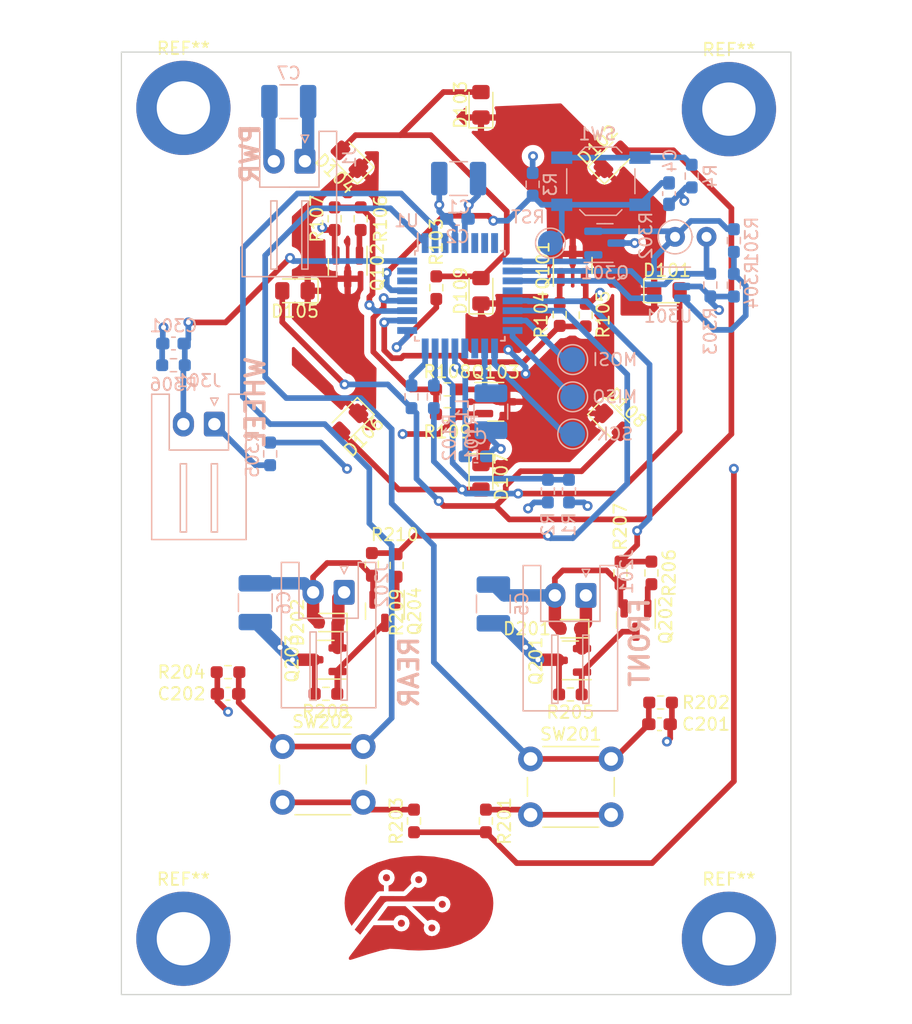
<source format=kicad_pcb>
(kicad_pcb (version 20211014) (generator pcbnew)
  (title_block (comment 4 "AISLER Project ID: YMJHCMOM"))
  (layers (0 "F.Cu" signal) (1 "In1.Cu" signal) (2 "In2.Cu" signal) (31 "B.Cu" signal) (34 "B.Paste" user) (35 "F.Paste" user) (36 "B.SilkS" user "B.Silkscreen") (37 "F.SilkS" user "F.Silkscreen") (38 "B.Mask" user) (39 "F.Mask" user) (44 "Edge.Cuts" user))
  (net 0 "")
  (net 1 "+3V3")
  (net 2 "GND")
  (net 3 "/BTN1")
  (net 4 "/BTN2")
  (net 5 "Net-(D101-Pad1)")
  (net 6 "VCC")
  (net 7 "Net-(Q101-Pad1)")
  (net 8 "Net-(Q102-Pad1)")
  (net 9 "Net-(Q103-Pad1)")
  (net 10 "Net-(D107-Pad1)")
  (net 11 "Net-(Q201-Pad1)")
  (net 12 "Net-(Q202-Pad1)")
  (net 13 "/VSENSE")
  (net 14 "Net-(R4-Pad1)")
  (net 15 "/LEDC1")
  (net 16 "/LEDC2")
  (net 17 "/LEDC3")
  (net 18 "Net-(R201-Pad2)")
  (net 19 "Net-(R203-Pad2)")
  (net 20 "/RESET")
  (net 21 "/WHEEL")
  (net 22 "Net-(D201-Pad1)")
  (net 26 "Net-(J301-Pad1)")
  (net 27 "/MOSI")
  (net 28 "/MISO")
  (net 29 "/ENABLEPHOTO")
  (net 30 "Net-(L1-Pad2)")
  (net 32 "/3V3PHOTO")
  (net 33 "/LEDA1")
  (net 34 "/LEDA2")
  (net 35 "/LEDA3")
  (net 38 "Net-(D104-Pad1)")
  (net 39 "Net-(R301-Pad1)")
  (net 40 "Net-(Q203-Pad1)")
  (net 41 "Net-(D202-Pad1)")
  (net 42 "Net-(Q204-Pad1)")
  (net 43 "/LIGHTF")
  (net 44 "/LIGHTR")
  (net 45 "/PHOTO")
  (net 46 "/PHOTOCOMP")
  (net 47 "/SCK")
  (net 48 "/LEDA1INT")
  (net 49 "/LEDA2INT")
  (net 50 "/LEDA3INT")
  (footprint "Resistor_SMD:R_0603_1608Metric_Pad0.98x0.95mm_HandSolder" (layer "F.Cu") (at 129.25 83 90)
    (fp_text reference "R207")
    (fp_text value "100k")
  )
  (footprint "Package_TO_SOT_SMD:SOT-23" (layer "F.Cu") (at 125.2125 90.05 180)
    (fp_text reference "Q201")
    (fp_text value "A1SHB")
  )
  (footprint "Package_TO_SOT_SMD:SOT-23" (layer "F.Cu") (at 105.5 90 180)
    (fp_text reference "Q203")
    (fp_text value "A1SHB")
  )
  (footprint "Package_TO_SOT_SMD:SOT-23" (layer "F.Cu") (at 125.4 58.2125 90)
    (fp_text reference "Q101")
    (fp_text value "BST82-1")
  )
  (footprint "Resistor_SMD:R_0603_1608Metric_Pad0.98x0.95mm_HandSolder" (layer "F.Cu") (at 106.2 54.4375 90)
    (fp_text reference "R107")
    (fp_text value "100k")
  )
  (footprint "Package_TO_SOT_SMD:SOT-23" (layer "F.Cu") (at 110.25 86.0875 -90)
    (fp_text reference "Q204")
    (fp_text value "BST82-1")
  )
  (footprint "Resistor_SMD:R_0603_1608Metric_Pad0.98x0.95mm_HandSolder" (layer "F.Cu") (at 112.6 103 90)
    (fp_text reference "R203")
    (fp_text value "10R")
  )
  (footprint "Diode_SMD:D_0603_1608Metric" (layer "F.Cu") (at 105.7125 87 180)
    (fp_text reference "D202")
    (fp_text value "D")
  )
  (footprint "Package_TO_SOT_SMD:SOT-23" (layer "F.Cu") (at 107.25 58.3375 -90)
    (fp_text reference "Q102")
    (fp_text value "BST82-1")
  )
  (footprint "Resistor_SMD:R_0603_1608Metric_Pad0.98x0.95mm_HandSolder" (layer "F.Cu") (at 97.6 91 180)
    (fp_text reference "R204")
    (fp_text value "10K")
  )
  (footprint "LED_SMD:LED_0805_2012Metric_Pad1.15x1.40mm_HandSolder" (layer "F.Cu") (at 107.395 49.645 135)
    (fp_text reference "D104")
    (fp_text value "LED_Small")
  )
  (footprint "Button_Switch_THT:SW_PUSH_6mm_H5mm" (layer "F.Cu") (at 102 97)
    (fp_text reference "SW202")
    (fp_text value "SW_Push")
  )
  (footprint "MountingHole:MountingHole_4.3mm_M4_ISO7380_Pad" (layer "F.Cu") (at 138 45.6)
    (fp_text reference "REF**")
    (fp_text value "MountingHole_4.3mm_M4_ISO7380_Pad")
  )
  (footprint "Resistor_SMD:R_0603_1608Metric_Pad0.98x0.95mm_HandSolder" (layer "F.Cu") (at 115.2875 70.2 180)
    (fp_text reference "R109")
    (fp_text value "10k")
  )
  (footprint "Resistor_SMD:R_0603_1608Metric_Pad0.98x0.95mm_HandSolder" (layer "F.Cu") (at 108.3 54.4375 90)
    (fp_text reference "R106")
    (fp_text value "R100")
  )
  (footprint "Resistor_SMD:R_0603_1608Metric_Pad0.98x0.95mm_HandSolder" (layer "F.Cu") (at 126.45 62.2125 90)
    (fp_text reference "R105")
    (fp_text value "100k")
  )
  (footprint "Resistor_SMD:R_0603_1608Metric_Pad0.98x0.95mm_HandSolder" (layer "F.Cu") (at 124.35 62.1625 -90)
    (fp_text reference "R104")
    (fp_text value "R100")
  )
  (footprint "Resistor_SMD:R_0603_1608Metric_Pad0.98x0.95mm_HandSolder" (layer "F.Cu") (at 125.2125 92.8 180)
    (fp_text reference "R205")
    (fp_text value "1k")
  )
  (footprint "Package_TO_SOT_SMD:SOT-23" (layer "F.Cu") (at 119.1875 69.2)
    (fp_text reference "Q103")
    (fp_text value "BST82-1")
  )
  (footprint "LED_SMD:LED_0805_2012Metric_Pad1.15x1.40mm_HandSolder" (layer "F.Cu") (at 133 60.25)
    (fp_text reference "D101")
    (fp_text value "LED_Small")
  )
  (footprint "Resistor_SMD:R_0603_1608Metric_Pad0.98x0.95mm_HandSolder" (layer "F.Cu") (at 105.5 92.75 180)
    (fp_text reference "R208")
    (fp_text value "1k")
  )
  (footprint "Button_Switch_THT:SW_PUSH_6mm_H5mm" (layer "F.Cu") (at 122 98)
    (fp_text reference "SW201")
    (fp_text value "SW_Push")
  )
  (footprint "SymbolOST:ost-bubble_12mm_Copper" (layer "F.Cu") (at 113 110)
    (fp_text reference "ost-bubble_12mm_Copper" hide)
    (fp_text value "G***" hide)
  )
  (footprint "Capacitor_SMD:C_0603_1608Metric_Pad1.08x0.95mm_HandSolder" (layer "F.Cu") (at 132.4 95.2)
    (fp_text reference "C201")
    (fp_text value "100nF")
  )
  (footprint "MountingHole:MountingHole_4.3mm_M4_ISO7380_Pad" (layer "F.Cu") (at 138 112.5)
    (fp_text reference "REF**")
    (fp_text value "MountingHole_4.3mm_M4_ISO7380_Pad")
  )
  (footprint "Capacitor_SMD:C_0603_1608Metric_Pad1.08x0.95mm_HandSolder" (layer "F.Cu") (at 97.6 92.75 180)
    (fp_text reference "C202")
    (fp_text value "100nF")
  )
  (footprint "Package_TO_SOT_SMD:SOT-23" (layer "F.Cu") (at 130.5 86.8 -90)
    (fp_text reference "Q202")
    (fp_text value "BST82-1")
  )
  (footprint "Resistor_SMD:R_0603_1608Metric_Pad0.98x0.95mm_HandSolder" (layer "F.Cu") (at 111.2 82.4 -90)
    (fp_text reference "R209")
    (fp_text value "R100")
  )
  (footprint "Resistor_SMD:R_0603_1608Metric_Pad0.98x0.95mm_HandSolder" (layer "F.Cu") (at 114.4 60 -90)
    (fp_text reference "R103")
    (fp_text value "R")
  )
  (footprint "LED_SMD:LED_0805_2012Metric_Pad1.15x1.40mm_HandSolder" (layer "F.Cu") (at 103 60.25 180)
    (fp_text reference "D105")
    (fp_text value "LED_Small")
  )
  (footprint "Resistor_SMD:R_0603_1608Metric_Pad0.98x0.95mm_HandSolder" (layer "F.Cu") (at 109.2 82.3125 90)
    (fp_text reference "R210")
    (fp_text value "100k")
  )
  (footprint "LED_SMD:LED_0805_2012Metric_Pad1.15x1.40mm_HandSolder" (layer "F.Cu") (at 128.605 49.645 45)
    (fp_text reference "D102")
    (fp_text value "LED_Small")
  )
  (footprint "LED_SMD:LED_0805_2012Metric_Pad1.15x1.40mm_HandSolder" (layer "F.Cu") (at 107.395 70.855 -135)
    (fp_text reference "D106")
    (fp_text value "LED_Small")
  )
  (footprint "LED_SMD:LED_0805_2012Metric_Pad1.15x1.40mm_HandSolder" (layer "F.Cu") (at 118 60.25 90)
    (fp_text reference "D109")
    (fp_text value "LED_Small")
  )
  (footprint "Resistor_SMD:R_0603_1608Metric_Pad0.98x0.95mm_HandSolder" (layer "F.Cu") (at 132.4875 93.45)
    (fp_text reference "R202")
    (fp_text value "10K")
  )
  (footprint "LED_SMD:LED_0805_2012Metric_Pad1.15x1.40mm_HandSolder" (layer "F.Cu") (at 118 45.25 90)
    (fp_text reference "D103")
    (fp_text value "LED_Small")
  )
  (footprint "Diode_SMD:D_0603_1608Metric" (layer "F.Cu") (at 125.2125 87.5 180)
    (fp_text reference "D201")
    (fp_text value "D")
  )
  (footprint "LED_SMD:LED_0805_2012Metric_Pad1.15x1.40mm_HandSolder" (layer "F.Cu") (at 128.605 70.855 -45)
    (fp_text reference "D108")
    (fp_text value "LED_Small")
  )
  (footprint "MountingHole:MountingHole_4.3mm_M4_ISO7380_Pad" (layer "F.Cu") (at 94 45.5)
    (fp_text reference "REF**")
    (fp_text value "MountingHole_4.3mm_M4_ISO7380_Pad")
  )
  (footprint "Resistor_SMD:R_0603_1608Metric_Pad0.98x0.95mm_HandSolder" (layer "F.Cu") (at 118.4 103 90)
    (fp_text reference "R201")
    (fp_text value "10R")
  )
  (footprint "Resistor_SMD:R_0603_1608Metric_Pad0.98x0.95mm_HandSolder" (layer "F.Cu") (at 115.2875 68.2)
    (fp_text reference "R108")
    (fp_text value "R100")
  )
  (footprint "LED_SMD:LED_0805_2012Metric_Pad1.15x1.40mm_HandSolder" (layer "F.Cu") (at 118 75.25 -90)
    (fp_text reference "D107")
    (fp_text value "LED_Small")
  )
  (footprint "MountingHole:MountingHole_4.3mm_M4_ISO7380_Pad" (layer "F.Cu") (at 94 112.5)
    (fp_text reference "REF**")
    (fp_text value "MountingHole_4.3mm_M4_ISO7380_Pad")
  )
  (footprint "Resistor_SMD:R_0603_1608Metric_Pad0.98x0.95mm_HandSolder" (layer "F.Cu") (at 131.75 83 -90)
    (fp_text reference "R206")
    (fp_text value "R100")
  )
  (footprint "Resistor_SMD:R_0603_1608Metric_Pad0.98x0.95mm_HandSolder" (layer "B.Cu") (at 101 73.4 -90)
    (fp_text reference "R305")
    (fp_text value "10R")
  )
  (footprint "Capacitor_SMD:C_0603_1608Metric_Pad1.08x0.95mm_HandSolder" (layer "B.Cu") (at 93.2 64.5 180)
    (fp_text reference "C301")
    (fp_text value "100nF")
  )
  (footprint "Resistor_SMD:R_0603_1608Metric_Pad0.98x0.95mm_HandSolder" (layer "B.Cu") (at 93.2 66.25 180)
    (fp_text reference "R306")
    (fp_text value "10K")
  )
  (footprint "Package_TO_SOT_SMD:SOT-23" (layer "B.Cu") (at 128 56.4)
    (fp_text reference "Q301")
    (fp_text value "A1SHB")
  )
  (footprint "Resistor_THT:R_Axial_DIN0207_L6.3mm_D2.5mm_P2.54mm_Vertical" (layer "B.Cu") (at 133.655 55.9)
    (fp_text reference "R302")
    (fp_text value "R_Photo")
  )
  (footprint "Button_Switch_SMD:SW_SPST_TL3342" (layer "B.Cu") (at 127.66875 51.4125)
    (fp_text reference "SW1")
    (fp_text value "SW_Push")
  )
  (footprint "Resistor_SMD:R_0603_1608Metric_Pad0.98x0.95mm_HandSolder" (layer "B.Cu") (at 136.5 59.7875 90)
    (fp_text reference "R303")
    (fp_text value "10k")
  )
  (footprint "Capacitor_SMD:C_0603_1608Metric_Pad1.08x0.95mm_HandSolder" (layer "B.Cu") (at 116.1 54.45)
    (fp_text reference "C2")
    (fp_text value "100nF")
  )
  (footprint "Resistor_SMD:R_0603_1608Metric_Pad0.98x0.95mm_HandSolder" (layer "B.Cu") (at 112.4 68.8 90)
    (fp_text reference "R102")
    (fp_text value "R")
  )
  (footprint "Resistor_SMD:R_0603_1608Metric_Pad0.98x0.95mm_HandSolder" (layer "B.Cu") (at 114.2 68.8 90)
    (fp_text reference "R101")
    (fp_text value "R")
  )
  (footprint "Connector_JST:JST_XH_S2B-XH-A_1x02_P2.50mm_Horizontal" (layer "B.Cu") (at 96.5 71 180)
    (fp_text reference "J301")
    (fp_text value "Conn_01x02_Male")
  )
  (footprint "Package_TO_SOT_SMD:SOT-23-5" (layer "B.Cu") (at 133.1 59.9 180)
    (fp_text reference "U301")
    (fp_text value "LM397")
  )
  (footprint "Inductor_SMD:L_1210_3225Metric_Pad1.42x2.65mm_HandSolder" (layer "B.Cu") (at 118.8 70 90)
    (fp_text reference "L1")
    (fp_text value "L")
  )
  (footprint "Connector_JST:JST_XH_S2B-XH-A_1x02_P2.50mm_Horizontal" (layer "B.Cu") (at 106.9625 84.5625 180)
    (fp_text reference "J202")
    (fp_text value "Conn_01x02_Male")
  )
  (footprint "Package_QFP:TQFP-32_7x7mm_P0.8mm" (layer "B.Cu") (at 116.3 60.65 -90)
    (fp_text reference "U1")
    (fp_text value "ATtiny48-A")
  )
  (footprint "TestPoint:TestPoint_Pad_D2.0mm" (layer "B.Cu") (at 125.4 65.8 180)
    (fp_text reference "MOSI")
    (fp_text value "TestPoint_Pad_D2.0mm" hide)
  )
  (footprint "TestPoint:TestPoint_Pad_D2.0mm" (layer "B.Cu") (at 125.4 68.8 180)
    (fp_text reference "MISO")
    (fp_text value "TestPoint_Pad_D2.0mm" hide)
  )
  (footprint "Resistor_SMD:R_0603_1608Metric_Pad0.98x0.95mm_HandSolder" (layer "B.Cu") (at 123.4 76.4 90)
    (fp_text reference "R2")
    (fp_text value "100k")
  )
  (footprint "Capacitor_SMD:C_1210_3225Metric_Pad1.33x2.70mm_HandSolder" (layer "B.Cu") (at 119 85.5 90)
    (fp_text reference "C5")
    (fp_text value "10uF")
  )
  (footprint "Capacitor_SMD:C_0603_1608Metric_Pad1.08x0.95mm_HandSolder" (layer "B.Cu") (at 117.6 73.6 180)
    (fp_text reference "C3")
    (fp_text value "100nF")
  )
  (footprint "Connector_JST:JST_XH_S2B-XH-A_1x02_P2.50mm_Horizontal" (layer "B.Cu") (at 103.8 49.8 180)
    (fp_text reference "J1")
    (fp_text value "Conn_01x02_Female")
  )
  (footprint "TestPoint:TestPoint_Pad_D2.0mm" (layer "B.Cu") (at 125.4 71.8 180)
    (fp_text reference "SCK")
    (fp_text value "TestPoint_Pad_D2.0mm" hide)
  )
  (footprint "Resistor_SMD:R_0603_1608Metric_Pad0.98x0.95mm_HandSolder" (layer "B.Cu") (at 135 51 -90)
    (fp_text reference "R4")
    (fp_text value "10R")
  )
  (footprint "Resistor_SMD:R_0603_1608Metric_Pad0.98x0.95mm_HandSolder" (layer "B.Cu") (at 138.4 59.8 90)
    (fp_text reference "R304")
    (fp_text value "100k")
  )
  (footprint "Resistor_SMD:R_0603_1608Metric_Pad0.98x0.95mm_HandSolder" (layer "B.Cu") (at 138.4 56.2 90)
    (fp_text reference "R301")
    (fp_text value "100k")
  )
  (footprint "Capacitor_SMD:C_1210_3225Metric_Pad1.33x2.70mm_HandSolder" (layer "B.Cu") (at 99.8 85.4 90)
    (fp_text reference "C6")
    (fp_text value "10uF")
  )
  (footprint "Capacitor_SMD:C_1210_3225Metric_Pad1.33x2.70mm_HandSolder" (layer "B.Cu") (at 102.5 45 180)
    (fp_text reference "C7")
    (fp_text value "10uF")
  )
  (footprint "Capacitor_SMD:C_0603_1608Metric_Pad1.08x0.95mm_HandSolder" (layer "B.Cu") (at 133.16875 52.4125 -90)
    (fp_text reference "C4")
    (fp_text value "100nF")
  )
  (footprint "TestPoint:TestPoint_Pad_D2.0mm" (layer "B.Cu") (at 123.6 56.4 180)
    (fp_text reference "RST")
    (fp_text value "TestPoint_Pad_D2.0mm" hide)
  )
  (footprint "Connector_JST:JST_XH_S2B-XH-A_1x02_P2.50mm_Horizontal" (layer "B.Cu") (at 126.4625 84.8125 180)
    (fp_text reference "J201")
    (fp_text value "Conn_01x02_Male")
  )
  (footprint "Resistor_SMD:R_0603_1608Metric_Pad0.98x0.95mm_HandSolder" (layer "B.Cu") (at 125.1 76.4 -90)
    (fp_text reference "R1")
    (fp_text value "100k")
  )
  (footprint "Resistor_SMD:R_0603_1608Metric_Pad0.98x0.95mm_HandSolder" (layer "B.Cu") (at 122.16875 51.6625 90)
    (fp_text reference "R3")
    (fp_text value "10k")
  )
  (footprint "Capacitor_SMD:C_1210_3225Metric_Pad1.33x2.70mm_HandSolder" (layer "B.Cu") (at 116.2 51.2)
    (fp_text reference "C1")
    (fp_text value "10uF")
  )
  (gr_line (start 89 117) (end 89 41) (layer "Edge.Cuts") (width 0.1))
  (gr_line (start 143 117) (end 89 117) (layer "Edge.Cuts") (width 0.1))
  (gr_line (start 89 41) (end 143 41) (layer "Edge.Cuts") (width 0.1))
  (gr_line (start 143 41) (end 143 117) (layer "Edge.Cuts") (width 0.1))
  (gr_text "PWR" (at 99.4 49.2 90) (layer "B.SilkS") (effects (font (size 1.5 1.5) (thickness 0.3)) (justify mirror)))
  (gr_text "FRONT\n" (at 130.8 88.6 90) (layer "B.SilkS") (effects (font (size 1.5 1.5) (thickness 0.3)) (justify mirror)))
  (gr_text "WHEEL\n" (at 99.8 69.2 90) (layer "B.SilkS") (effects (font (size 1.5 1.5) (thickness 0.3)) (justify mirror)))
  (gr_text "REAR\n" (at 112.2 91 90) (layer "B.SilkS") (effects (font (size 1.5 1.5) (thickness 0.3)) (justify mirror)))
  (segment (start 138.4 99.8) (end 138.4 74.6) (width 0.4572) (layer "F.Cu") (net 1))
  (segment (start 118.4 103.9125) (end 120.8875 106.4) (width 0.4572) (layer "F.Cu") (net 1))
  (segment (start 112.6 103.9125) (end 118.4 103.9125) (width 0.4572) (layer "F.Cu") (net 1))
  (segment (start 136.8 101.4) (end 138.4 99.8) (width 0.4572) (layer "F.Cu") (net 1))
  (segment (start 131.8 106.4) (end 136.8 101.4) (width 0.4572) (layer "F.Cu") (net 1))
  (segment (start 120.8875 106.4) (end 131.8 106.4) (width 0.4572) (layer "F.Cu") (net 1))
  (via (at 130.4 56.4) (size 0.8) (drill 0.4) (layers "F.Cu" "B.Cu") (net 1))
  (via (at 114.6375 53.3179) (size 0.8) (drill 0.4) (layers "F.Cu" "B.Cu") (net 1))
  (via (at 122.2 49.4) (size 0.8) (drill 0.4) (layers "F.Cu" "B.Cu") (net 1))
  (via (at 119.6 73) (size 0.8) (drill 0.4) (layers "F.Cu" "B.Cu") (net 1))
  (via (at 107.2 74.6) (size 0.8) (drill 0.4) (layers "F.Cu" "B.Cu") (net 1))
  (via (at 138.4 74.6) (size 0.8) (drill 0.4) (layers "F.Cu" "B.Cu") (net 1))
  (segment (start 118.8 72.2) (end 119.6 73) (width 0.4572) (layer "B.Cu") (net 1))
  (segment (start 128.9375 56.4) (end 130.4 56.4) (width 0.4572) (layer "B.Cu") (net 1))
  (segment (start 105.0875 72.4875) (end 107.2 74.6) (width 0.4572) (layer "B.Cu") (net 1))
  (segment (start 115.9 55.1125) (end 115.2375 54.45) (width 0.4572) (layer "B.Cu") (net 1))
  (segment (start 118.8 71.4875) (end 118.8 72.2) (width 0.4572) (layer "B.Cu") (net 1))
  (segment (start 119.6 73) (end 119.0625 73) (width 0.4572) (layer "B.Cu") (net 1))
  (segment (start 101 72.4875) (end 105.0875 72.4875) (width 0.4572) (layer "B.Cu") (net 1))
  (segment (start 119.0625 73) (end 118.4625 73.6) (width 0.4572) (layer "B.Cu") (net 1))
  (segment (start 114.6375 53.85) (end 114.6375 53.3179) (width 0.4572) (layer "B.Cu") (net 1))
  (segment (start 122.16875 49.43125) (end 122.2 49.4) (width 0.4572) (layer "B.Cu") (net 1))
  (segment (start 114.6375 51.2) (end 114.6375 53.3179) (width 0.4572) (layer "B.Cu") (net 1))
  (segment (start 122.16875 50.75) (end 122.16875 49.43125) (width 0.4572) (layer "B.Cu") (net 1))
  (segment (start 115.9 56.4) (end 115.9 55.1125) (width 0.4572) (layer "B.Cu") (net 1))
  (segment (start 115.2375 54.45) (end 114.6375 53.85) (width 0.4572) (layer "B.Cu") (net 1))
  (segment (start 116.2 70.2) (end 118.2 70.2) (width 0.4572) (layer "F.Cu") (net 2))
  (segment (start 109.2 83.2) (end 108.2 82.2) (width 0.4572) (layer "F.Cu") (net 2))
  (segment (start 128.1375 82.8) (end 124.6 82.8) (width 0.4572) (layer "F.Cu") (net 2))
  (segment (start 124.6 82.8) (end 123.9625 83.4375) (width 0.4572) (layer "F.Cu") (net 2))
  (segment (start 96.7375 91.05) (end 96.6875 91) (width 0.4572) (layer "F.Cu") (net 2))
  (segment (start 126.45 61.3) (end 126.45 59.25) (width 0.4572) (layer "F.Cu") (net 2))
  (segment (start 129.25 85.5625) (end 129.55 85.8625) (width 0.4572) (layer "F.Cu") (net 2))
  (segment (start 96.7375 93.3375) (end 97.6 94.2) (width 0.4572) (layer "F.Cu") (net 2))
  (segment (start 96.7375 92.75) (end 96.7375 91.05) (width 0.4572) (layer "F.Cu") (net 2))
  (segment (start 109.2 83.225) (end 109.2 83.2) (width 0.4572) (layer "F.Cu") (net 2))
  (segment (start 114.6 71.8) (end 111.6821 71.8) (width 0.4572) (layer "F.Cu") (net 2))
  (segment (start 116.2 70.2) (end 114.6 71.8) (width 0.4572) (layer "F.Cu") (net 2))
  (segment (start 129.25 83.9125) (end 128.1375 82.8) (width 0.4572) (layer "F.Cu") (net 2))
  (segment (start 104.4625 83.3375) (end 104.4625 84.5625) (width 0.4572) (layer "F.Cu") (net 2))
  (segment (start 126.45 61.3) (end 126.7 61.3) (width 0.4572) (layer "F.Cu") (net 2))
  (segment (start 108.2 82.2) (end 105.6 82.2) (width 0.4572) (layer "F.Cu") (net 2))
  (segment (start 126.45 59.25) (end 126.35 59.15) (width 0.4572) (layer "F.Cu") (net 2))
  (segment (start 106.2 55.35) (end 106.2 57.3) (width 0.4572) (layer "F.Cu") (net 2))
  (segment (start 109.3 85.15) (end 109.3 83.325) (width 0.4572) (layer "F.Cu") (net 2))
  (segment (start 123.9625 83.4375) (end 123.9625 84.8125) (width 0.4572) (layer "F.Cu") (net 2))
  (segment (start 129.25 83.9125) (end 129.25 85.5625) (width 0.4572) (layer "F.Cu") (net 2))
  (segment (start 123.9625 84.8125) (end 123.9625 87.0375) (width 1) (layer "F.Cu") (net 2))
  (segment (start 109.3 83.325) (end 109.2 83.225) (width 0.4572) (layer "F.Cu") (net 2))
  (segment (start 118.2 70.2) (end 118.25 70.15) (width 0.4572) (layer "F.Cu") (net 2))
  (segment (start 133.4 93.45) (end 133.4 95.0625) (width 0.4572) (layer "F.Cu") (net 2))
  (segment (start 133.2625 95.2) (end 133.2625 96.3375) (width 0.4572) (layer "F.Cu") (net 2))
  (segment (start 104.4625 84.5625) (end 104.4625 86.5375) (width 1) (layer "F.Cu") (net 2))
  (segment (start 133.2625 96.3375) (end 133 96.6) (width 0.4572) (layer "F.Cu") (net 2))
  (segment (start 104.4625 86.5375) (end 104.925 87) (width 1) (layer "F.Cu") (net 2))
  (segment (start 105.4 55.35) (end 105.2 55.15) (width 0.4572) (layer "F.Cu") (net 2))
  (segment (start 133.4 95.0625) (end 133.2625 95.2) (width 0.4572) (layer "F.Cu") (net 2))
  (segment (start 96.7375 92.75) (end 96.7375 93.3375) (width 0.4572) (layer "F.Cu") (net 2))
  (segment (start 105.6 82.2) (end 104.4625 83.3375) (width 0.4572) (layer "F.Cu") (net 2))
  (segment (start 126.7 61.3) (end 127.6 60.4) (width 0.4572) (layer "F.Cu") (net 2))
  (segment (start 106.2 55.35) (end 105.4 55.35) (width 0.4572) (layer "F.Cu") (net 2))
  (segment (start 123.9625 87.0375) (end 124.425 87.5) (width 1) (layer "F.Cu") (net 2))
  (segment (start 106.2 57.3) (end 106.3 57.4) (width 0.4572) (layer "F.Cu") (net 2))
  (via (at 111.6821 71.8) (size 0.8) (drill 0.4) (layers "F.Cu" "B.Cu") (net 2))
  (via (at 121.8 77.8) (size 0.8) (drill 0.4) (layers "F.Cu" "B.Cu") (net 2))
  (via (at 133 96.6) (size 0.8) (drill 0.4) (layers "F.Cu" "B.Cu") (net 2))
  (via (at 127.6 60.4) (size 0.8) (drill 0.4) (layers "F.Cu" "B.Cu") (net 2))
  (via (at 137.2 61.8) (size 0.8) (drill 0.4) (layers "F.Cu" "B.Cu") (net 2))
  (via (at 116 66.4) (size 0.8) (drill 0.4) (layers "F.Cu" "B.Cu") (net 2))
  (via (at 134.4 53) (size 0.8) (drill 0.4) (layers "F.Cu" "B.Cu") (net 2))
  (via (at 92.4 63.2) (size 0.8) (drill 0.4) (layers "F.Cu" "B.Cu") (net 2))
  (via (at 97.6 94.2) (size 0.8) (drill 0.4) (layers "F.Cu" "B.Cu") (net 2))
  (via (at 117.014368 53.3179) (size 0.8) (drill 0.4) (layers "F.Cu" "B.Cu") (net 2))
  (via (at 105.2 55.15) (size 0.8) (drill 0.4) (layers "F.Cu" "B.Cu") (net 2))
  (segment (start 134.2375 59.9) (end 135.7 59.9) (width 0.4572) (layer "B.Cu") (net 2))
  (segment (start 116.7375 67.1375) (end 116.7375 73.6) (width 0.4572) (layer "B.Cu") (net 2))
  (segment (start 116.9625 54.45) (end 116.7 54.7125) (width 0.4572) (layer "B.Cu") (net 2))
  (segment (start 134.4 52.8) (end 134.4 53) (width 0.4572) (layer "B.Cu") (net 2))
  (segment (start 100.9375 49.4375) (end 101.3 49.8) (width 1) (layer "B.Cu") (net 2))
  (segment (start 116 66.4) (end 116.7375 67.1375) (width 0.4572) (layer "B.Cu") (net 2))
  (segment (start 99.8 83.8375) (end 103.7375 83.8375) (width 1) (layer "B.Cu") (net 2))
  (segment (start 136.5 60.7) (end 136.5 61.1) (width 0.4572) (layer "B.Cu") (net 2))
  (segment (start 119.875 84.8125) (end 119 83.9375) (width 1) (layer "B.Cu") (net 2))
  (segment (start 123.4 77.3125) (end 122.2875 77.3125) (width 0.4572) (layer "B.Cu") (net 2))
  (segment (start 134.53125 51.9125) (end 134.021875 52.421875) (width 0.4572) (layer "B.Cu") (net 2))
  (segment (start 92.3375 64.5) (end 92.3375 63.2625) (width 0.4572) (layer "B.Cu") (net 2))
  (segment (start 122.2875 77.3125) (end 121.8 77.8) (width 0.4572) (layer "B.Cu") (net 2))
  (segment (start 116.9625 53.369768) (end 117.014368 53.3179) (width 0.4572) (layer "B.Cu") (net 2))
  (segment (start 123.9625 84.8125) (end 119.875 84.8125) (width 1) (layer "B.Cu") (net 2))
  (segment (start 135 51.9125) (end 134.53125 51.9125) (width 0.4572) (layer "B.Cu") (net 2))
  (segment (start 138.4 60.7125) (end 136.5125 60.7125) (width 0.4572) (layer "B.Cu") (net 2))
  (segment (start 117.7625 51.2) (end 117.7625 52.569768) (width 0.4572) (layer "B.Cu") (net 2))
  (segment (start 100.9375 45) (end 100.9375 49.4375) (width 1) (layer "B.Cu") (net 2))
  (segment (start 103.7375 83.8375) (end 104.4625 84.5625) (width 1) (layer "B.Cu") (net 2))
  (segment (start 116.9625 54.45) (end 116.9625 53.369768) (width 0.4572) (layer "B.Cu") (net 2))
  (segment (start 92.3375 63.2625) (end 92.4 63.2) (width 0.4572) (layer "B.Cu") (net 2))
  (segment (start 92.2875 64.55) (end 92.3375 64.5) (width 0.4572) (layer "B.Cu") (net 2))
  (segment (start 115.9 66.3) (end 116 66.4) (width 0.4572) (layer "B.Cu") (net 2))
  (segment (start 134.021875 52.421875) (end 133.16875 53.275) (width 0.4572) (layer "B.Cu") (net 2))
  (segment (start 117.7625 52.569768) (end 117.014368 53.3179) (width 0.4572) (layer "B.Cu") (net 2))
  (segment (start 136.5 61.1) (end 137.2 61.8) (width 0.4572) (layer "B.Cu") (net 2))
  (segment (start 115.9 64.9) (end 115.9 66.3) (width 0.4572) (layer "B.Cu") (net 2))
  (segment (start 134.021875 52.421875) (end 134.4 52.8) (width 0.4572) (layer "B.Cu") (net 2))
  (segment (start 116.7 54.7125) (end 116.7 56.4) (width 0.4572) (layer "B.Cu") (net 2))
  (segment (start 136.5125 60.7125) (end 136.5 60.7) (width 0.4572) (layer "B.Cu") (net 2))
  (segment (start 92.2875 66.25) (end 92.2875 64.55) (width 0.4572) (layer "B.Cu") (net 2))
  (segment (start 135.7 59.9) (end 136.5 60.7) (width 0.4572) (layer "B.Cu") (net 2))
  (segment (start 122 98) (end 128.5 98) (width 0.4572) (layer "F.Cu") (net 3))
  (segment (start 131.5375 93.4875) (end 131.575 93.45) (width 0.4572) (layer "F.Cu") (net 3))
  (segment (start 128.5 98) (end 128.7375 98) (width 0.4572) (layer "F.Cu") (net 3))
  (segment (start 128.7375 98) (end 131.5375 95.2) (width 0.4572) (layer "F.Cu") (net 3))
  (segment (start 131.5375 95.2) (end 131.5375 93.4875) (width 0.4572) (layer "F.Cu") (net 3))
  (segment (start 110.8 71.4) (end 108.3 68.9) (width 0.4572) (layer "B.Cu") (net 3))
  (segment (start 108.3 68.9) (end 102.3 68.9) (width 0.4572) (layer "B.Cu") (net 3))
  (segment (start 100.6 57.4) (end 104.4 53.6) (width 0.4572) (layer "B.Cu") (net 3))
  (segment (start 114.2 90.2) (end 114.2 80.8) (width 0.4572) (layer "B.Cu") (net 3))
  (segment (start 110.8 77.4) (end 110.8 71.4) (width 0.4572) (layer "B.Cu") (net 3))
  (segment (start 122 98) (end 114.2 90.2) (width 0.4572) (layer "B.Cu") (net 3))
  (segment (start 104.4 53.6) (end 110.7 53.6) (width 0.4572) (layer "B.Cu") (net 3))
  (segment (start 110.7 53.6) (end 113.5 56.4) (width 0.4572) (layer "B.Cu") (net 3))
  (segment (start 114.2 80.8) (end 110.8 77.4) (width 0.4572) (layer "B.Cu") (net 3))
  (segment (start 100.6 67.2) (end 100.6 57.4) (width 0.4572) (layer "B.Cu") (net 3))
  (segment (start 102.3 68.9) (end 100.6 67.2) (width 0.4572) (layer "B.Cu") (net 3))
  (segment (start 98.4625 91.05) (end 98.5125 91) (width 0.4572) (layer "F.Cu") (net 4))
  (segment (start 108.5 97) (end 102 97) (width 0.4572) (layer "F.Cu") (net 4))
  (segment (start 102 97) (end 98.4625 93.4625) (width 0.4572) (layer "F.Cu") (net 4))
  (segment (start 98.4625 93.4625) (end 98.4625 92.75) (width 0.4572) (layer "F.Cu") (net 4))
  (segment (start 98.4625 92.75) (end 98.4625 91.05) (width 0.4572) (layer "F.Cu") (net 4))
  (segment (start 110.8 80.8) (end 110.8 94.7) (width 0.4572) (layer "B.Cu") (net 4))
  (segment (start 110.8 94.7) (end 108.5 97) (width 0.4572) (layer "B.Cu") (net 4))
  (segment (start 109 79) (end 110.8 80.8) (width 0.4572) (layer "B.Cu") (net 4))
  (segment (start 114.3 56.4) (end 114.3 55.1428) (width 0.4572) (layer "B.Cu") (net 4))
  (segment (start 109 74.6) (end 109 79) (width 0.4572) (layer "B.Cu") (net 4))
  (segment (start 98.8 56.8) (end 98.8 68.8) (width 0.4572) (layer "B.Cu") (net 4))
  (segment (start 103.2 52.4) (end 98.8 56.8) (width 0.4572) (layer "B.Cu") (net 4))
  (segment (start 111.5572 52.4) (end 103.2 52.4) (width 0.4572) (layer "B.Cu") (net 4))
  (segment (start 114.3 55.1428) (end 111.5572 52.4) (width 0.4572) (layer "B.Cu") (net 4))
  (segment (start 101 71) (end 105.4 71) (width 0.4572) (layer "B.Cu") (net 4))
  (segment (start 105.4 71) (end 109 74.6) (width 0.4572) (layer "B.Cu") (net 4))
  (segment (start 98.8 68.8) (end 101 71) (width 0.4572) (layer "B.Cu") (net 4))
  (segment (start 104.5625 90) (end 102.8 90) (width 1) (layer "F.Cu") (net 6))
  (segment (start 122.6 90) (end 124.225 90) (width 1) (layer "F.Cu") (net 6))
  (segment (start 104.5875 92.75) (end 104.5875 90.025) (width 0.4572) (layer "F.Cu") (net 6))
  (segment (start 124.225 90) (end 124.275 90.05) (width 1) (layer "F.Cu") (net 6))
  (segment (start 104.5875 90.025) (end 104.5625 90) (width 0.4572) (layer "F.Cu") (net 6))
  (segment (start 124.3 90.075) (end 124.275 90.05) (width 0.4572) (layer "F.Cu") (net 6))
  (segment (start 124.3 92.8) (end 124.3 90.075) (width 0.4572) (layer "F.Cu") (net 6))
  (via (at 102.8 90) (size 0.8) (drill 0.4) (layers "F.Cu" "B.Cu") (net 6))
  (via (at 121.6 89) (size 0.8) (drill 0.4) (layers "F.Cu" "B.Cu") (net 6))
  (via (at 122.6 90) (size 0.8) (drill 0.4) (layers "F.Cu" "B.Cu") (net 6))
  (via (at 126.6 77.6) (size 0.8) (drill 0.4) (layers "F.Cu" "B.Cu") (net 6))
  (via (at 101.8 89) (size 0.8) (drill 0.4) (layers "F.Cu" "B.Cu") (net 6))
  (segment (start 126.3125 77.3125) (end 126.6 77.6) (width 0.4572) (layer "B.Cu") (net 6))
  (segment (start 119.6625 87.0625) (end 121.6 89) (width 1) (layer "B.Cu") (net 6))
  (segment (start 121.6 89) (end 122.6 90) (width 1) (layer "B.Cu") (net 6))
  (segment (start 99.8 86.9625) (end 99.8 87) (width 1) (layer "B.Cu") (net 6))
  (segment (start 104.0625 49.5375) (end 103.8 49.8) (width 1) (layer "B.Cu") (net 6))
  (segment (start 99.8 87) (end 101.8 89) (width 1) (layer "B.Cu") (net 6))
  (segment (start 104.0625 45) (end 104.0625 49.5375) (width 1) (layer "B.Cu") (net 6))
  (segment (start 125.1 77.3125) (end 126.3125 77.3125) (width 0.4572) (layer "B.Cu") (net 6))
  (segment (start 102.8 90) (end 101.8 89) (width 1) (layer "B.Cu") (net 6))
  (segment (start 119 87.0625) (end 119.6625 87.0625) (width 1) (layer "B.Cu") (net 6))
  (segment (start 124.35 59.25) (end 124.45 59.15) (width 0.4572) (layer "F.Cu") (net 7))
  (segment (start 124.35 61.25) (end 124.35 59.25) (width 0.4572) (layer "F.Cu") (net 7))
  (segment (start 108.2 57.4) (end 108.2 55.45) (width 0.4572) (layer "F.Cu") (net 8))
  (segment (start 108.2 55.45) (end 108.3 55.35) (width 0.4572) (layer "F.Cu") (net 8))
  (segment (start 118.2 68.2) (end 118.25 68.25) (width 0.4572) (layer "F.Cu") (net 9))
  (segment (start 116.2 68.2) (end 118.2 68.2) (width 0.4572) (layer "F.Cu") (net 9))
  (segment (start 124.730216 70.130216) (end 121.6 67) (width 0.4572) (layer "F.Cu") (net 10))
  (segment (start 120.2 64.4) (end 120.2 65) (width 0.4572) (layer "F.Cu") (net 10))
  (segment (start 127.880216 70.130216) (end 124.730216 70.130216) (width 0.4572) (layer "F.Cu") (net 10))
  (segment (start 118 61.275) (end 118 62.2) (width 0.4572) (layer "F.Cu") (net 10))
  (segment (start 118 62.2) (end 120.2 64.4) (width 0.4572) (layer "F.Cu") (net 10))
  (segment (start 121.6 67) (end 121.6 66.943849) (width 0.4572) (layer "F.Cu") (net 10))
  (via (at 121.6 66.943849) (size 0.8) (drill 0.4) (layers "F.Cu" "B.Cu") (net 10))
  (via (at 120.2 65) (size 0.8) (drill 0.4) (layers "F.Cu" "B.Cu") (net 10))
  (segment (start 121.6 66.4) (end 120.2 65) (width 0.4572) (layer "B.Cu") (net 10))
  (segment (start 121.6 66.943849) (end 121.6 66.4) (width 0.4572) (layer "B.Cu") (net 10))
  (segment (start 126.125 92.8) (end 126.125 91.025) (width 0.4572) (layer "F.Cu") (net 11))
  (segment (start 129.4125 87.7375) (end 126.15 91) (width 0.4572) (layer "F.Cu") (net 11))
  (segment (start 126.125 91.025) (end 126.15 91) (width 0.4572) (layer "F.Cu") (net 11))
  (segment (start 130.5 87.7375) (end 129.4125 87.7375) (width 0.4572) (layer "F.Cu") (net 11))
  (segment (start 131.45 85.8625) (end 131.45 84.2125) (width 0.4572) (layer "F.Cu") (net 12))
  (segment (start 131.45 84.2125) (end 131.75 83.9125) (width 0.4572) (layer "F.Cu") (net 12))
  (segment (start 123.4 75.4875) (end 125.1 75.4875) (width 0.4572) (layer "B.Cu") (net 13))
  (segment (start 116.982304 75.4) (end 123.3125 75.4) (width 0.4572) (layer "B.Cu") (net 13))
  (segment (start 115.71788 67.900184) (end 115.71788 74.135576) (width 0.4572) (layer "B.Cu") (net 13))
  (segment (start 115.1 64.9) (end 115.1 67.282304) (width 0.4572) (layer "B.Cu") (net 13))
  (segment (start 115.71788 74.135576) (end 116.982304 75.4) (width 0.4572) (layer "B.Cu") (net 13))
  (segment (start 115.1 67.282304) (end 115.71788 67.900184) (width 0.4572) (layer "B.Cu") (net 13))
  (segment (start 123.3125 75.4) (end 123.4 75.4875) (width 0.4572) (layer "B.Cu") (net 13))
  (segment (start 124.51875 49.5125) (end 130.81875 49.5125) (width 0.4572) (layer "B.Cu") (net 14))
  (segment (start 130.83125 49.5) (end 130.81875 49.5125) (width 0.4572) (layer "B.Cu") (net 14))
  (segment (start 135 50.0875) (end 134.4125 49.5) (width 0.4572) (layer "B.Cu") (net 14))
  (segment (start 134.4125 49.5) (end 130.83125 49.5) (width 0.4572) (layer "B.Cu") (net 14))
  (segment (start 124.4 63.125) (end 124.35 63.075) (width 0.4572) (layer "F.Cu") (net 15))
  (segment (start 126.45 63.125) (end 124.4 63.125) (width 0.4572) (layer "F.Cu") (net 15))
  (segment (start 124.35 63.075) (end 121.425 66) (width 0.4572) (layer "F.Cu") (net 15))
  (segment (start 111.565379 65.682101) (end 110.834621 65.682101) (width 0.4572) (layer "F.Cu") (net 15))
  (segment (start 110.2 65.04748) (end 110.2 62.8) (width 0.4572) (layer "F.Cu") (net 15))
  (segment (start 121.425 66) (end 116.84748 66) (width 0.4572) (layer "F.Cu") (net 15))
  (segment (start 116.84748 66) (end 116.329581 65.482101) (width 0.4572) (layer "F.Cu") (net 15))
  (segment (start 110.834621 65.682101) (end 110.2 65.04748) (width 0.4572) (layer "F.Cu") (net 15))
  (segment (start 111.765379 65.482101) (end 111.565379 65.682101) (width 0.4572) (layer "F.Cu") (net 15))
  (segment (start 116.329581 65.482101) (end 111.765379 65.482101) (width 0.4572) (layer "F.Cu") (net 15))
  (via (at 110.2 62.8) (size 0.8) (drill 0.4) (layers "F.Cu" "B.Cu") (net 15))
  (segment (start 110.2 62.8) (end 110.35 62.65) (width 0.4572) (layer "B.Cu") (net 15))
  (segment (start 110.35 62.65) (end 112.05 62.65) (width 0.4572) (layer "B.Cu") (net 15))
  (segment (start 108.3 53.525) (end 109.25712 54.48212) (width 0.4572) (layer "F.Cu") (net 16))
  (segment (start 109.25712 60.4954) (end 109 60.75252) (width 0.4572) (layer "F.Cu") (net 16))
  (segment (start 106.2 53.525) (end 108.3 53.525) (width 0.4572) (layer "F.Cu") (net 16))
  (segment (start 109 60.75252) (end 109 61.4) (width 0.4572) (layer "F.Cu") (net 16))
  (segment (start 109.25712 54.48212) (end 109.25712 60.4954) (width 0.4572) (layer "F.Cu") (net 16))
  (via (at 109 61.4) (size 0.8) (drill 0.4) (layers "F.Cu" "B.Cu") (net 16))
  (segment (start 109 61.4) (end 109.482101 61.882101) (width 0.4572) (layer "B.Cu") (net 16))
  (segment (start 109.482101 61.882101) (end 112.017899 61.882101) (width 0.4572) (layer "B.Cu") (net 16))
  (segment (start 112.017899 61.882101) (end 112.05 61.85) (width 0.4572) (layer "B.Cu") (net 16))
  (segment (start 110.157725 61.594795) (end 110.157725 60.844136) (width 0.4572) (layer "F.Cu") (net 17))
  (segment (start 109.317899 65.170476) (end 109.317899 62.434621) (width 0.4572) (layer "F.Cu") (net 17))
  (segment (start 109.317899 62.434621) (end 110.157725 61.594795) (width 0.4572) (layer "F.Cu") (net 17))
  (segment (start 112.347423 68.2) (end 109.317899 65.170476) (width 0.4572) (layer "F.Cu") (net 17))
  (segment (start 114.375 68.2) (end 112.347423 68.2) (width 0.4572) (layer "F.Cu") (net 17))
  (segment (start 114.375 70.2) (end 114.375 68.2) (width 0.4572) (layer "F.Cu") (net 17))
  (via (at 110.157725 60.844136) (size 0.8) (drill 0.4) (layers "F.Cu" "B.Cu") (net 17))
  (segment (start 112.05 61.05) (end 110.363589 61.05) (width 0.4572) (layer "B.Cu") (net 17))
  (segment (start 110.363589 61.05) (end 110.157725 60.844136) (width 0.4572) (layer "B.Cu") (net 17))
  (segment (start 118.4 102.0875) (end 121.5875 102.0875) (width 0.4572) (layer "F.Cu") (net 18))
  (segment (start 121.5875 102.0875) (end 122 102.5) (width 0.4572) (layer "F.Cu") (net 18))
  (segment (start 122 102.5) (end 128.5 102.5) (width 0.4572) (layer "F.Cu") (net 18))
  (segment (start 108.5 101.5) (end 102 101.5) (width 0.4572) (layer "F.Cu") (net 19))
  (segment (start 112.6 102.0875) (end 109.0875 102.0875) (width 0.4572) (layer "F.Cu") (net 19))
  (segment (start 109.0875 102.0875) (end 108.5 101.5) (width 0.4572) (layer "F.Cu") (net 19))
  (segment (start 115 54.2) (end 118.6 54.2) (width 0.4572) (layer "F.Cu") (net 20))
  (segment (start 110.4 58.8) (end 115 54.2) (width 0.4572) (layer "F.Cu") (net 20))
  (segment (start 118.6 54.2) (end 119 54.6) (width 0.4572) (layer "F.Cu") (net 20))
  (via (at 119 54.6) (size 0.8) (drill 0.4) (layers "F.Cu" "B.Cu") (net 20))
  (via (at 110.4 58.8) (size 0.8) (drill 0.4) (layers "F.Cu" "B.Cu") (net 20))
  (segment (start 124.51875 53.3125) (end 130.81875 53.3125) (width 0.4572) (layer "B.Cu") (net 20))
  (segment (start 132.58125 51.55) (end 130.81875 53.3125) (width 0.4572) (layer "B.Cu") (net 20))
  (segment (start 110.4 59.839222) (end 110.4 58.8) (width 0.4572) (layer "B.Cu") (net 20))
  (segment (start 120.14375 54.6) (end 119 54.6) (width 0.4572) (layer "B.Cu") (net 20))
  (segment (start 122.90625 53.3125) (end 122.16875 52.575) (width 0.4572) (layer "B.Cu") (net 20))
  (segment (start 110.767889 60.207111) (end 110.4 59.839222) (width 0.4572) (layer "B.Cu") (net 20))
  (segment (start 122.16875 52.575) (end 120.14375 54.6) (width 0.4572) (layer "B.Cu") (net 20))
  (segment (start 124.51875 53.3125) (end 122.90625 53.3125) (width 0.4572) (layer "B.Cu") (net 20))
  (segment (start 112.007111 60.207111) (end 110.767889 60.207111) (width 0.4572) (layer "B.Cu") (net 20))
  (segment (start 124.51875 53.3125) (end 124.51875 55.48125) (width 0.4572) (layer "B.Cu") (net 20))
  (segment (start 124.51875 55.48125) (end 123.6 56.4) (width 0.4572) (layer "B.Cu") (net 20))
  (segment (start 133.16875 51.55) (end 132.58125 51.55) (width 0.4572) (layer "B.Cu") (net 20))
  (segment (start 112.05 60.25) (end 112.007111 60.207111) (width 0.4572) (layer "B.Cu") (net 20))
  (segment (start 102.6 57.6) (end 97.4 62.8) (width 0.4572) (layer "F.Cu") (net 21))
  (segment (start 97.4 62.8) (end 94.4 62.8) (width 0.4572) (layer "F.Cu") (net 21))
  (via (at 102.6 57.6) (size 0.8) (drill 0.4) (layers "F.Cu" "B.Cu") (net 21))
  (via (at 94.4 62.8) (size 0.8) (drill 0.4) (layers "F.Cu" "B.Cu") (net 21))
  (segment (start 94 66.3625) (end 94.1125 66.25) (width 0.4572) (layer "B.Cu") (net 21))
  (segment (start 94 71) (end 94 66.3625) (width 0.4572) (layer "B.Cu") (net 21))
  (segment (start 94.1125 66.25) (end 94.1125 64.55) (width 0.4572) (layer "B.Cu") (net 21))
  (segment (start 112.05 57.85) (end 102.85 57.85) (width 0.4572) (layer "B.Cu") (net 21))
  (segment (start 94.4 64.1625) (end 94.0625 64.5) (width 0.4572) (layer "B.Cu") (net 21))
  (segment (start 94.1125 64.55) (end 94.0625 64.5) (width 0.4572) (layer "B.Cu") (net 21))
  (segment (start 94.4 62.8) (end 94.4 64.1625) (width 0.4572) (layer "B.Cu") (net 21))
  (segment (start 102.85 57.85) (end 102.6 57.6) (width 0.4572) (layer "B.Cu") (net 21))
  (segment (start 126.15 87.65) (end 126 87.5) (width 1) (layer "F.Cu") (net 22))
  (segment (start 126.4625 87.0375) (end 126 87.5) (width 1) (layer "F.Cu") (net 22))
  (segment (start 126.15 89.1) (end 126.15 87.65) (width 1) (layer "F.Cu") (net 22))
  (segment (start 126.4625 84.8125) (end 126.4625 87.0375) (width 1) (layer "F.Cu") (net 22))
  (segment (start 99.8125 74.3125) (end 101 74.3125) (width 0.4572) (layer "B.Cu") (net 26))
  (segment (start 96.5 71) (end 99.8125 74.3125) (width 0.4572) (layer "B.Cu") (net 26))
  (segment (start 121.65 62.65) (end 124.8 65.8) (width 0.4572) (layer "B.Cu") (net 27))
  (segment (start 120.55 62.65) (end 121.65 62.65) (width 0.4572) (layer "B.Cu") (net 27))
  (segment (start 124.8 65.8) (end 125.4 65.8) (width 0.4572) (layer "B.Cu") (net 27))
  (segment (start 120.55 63.95) (end 125.4 68.8) (width 0.4572) (layer "B.Cu") (net 28))
  (segment (start 120.55 63.45) (end 120.55 63.95) (width 0.4572) (layer "B.Cu") (net 28))
  (segment (start 126.530389 57.882111) (end 127.0625 57.35) (width 0.4572) (layer "B.Cu") (net 29))
  (segment (start 120.55 57.85) (end 120.582111 57.882111) (width 0.4572) (layer "B.Cu") (net 29))
  (segment (start 120.582111 57.882111) (end 126.530389 57.882111) (width 0.4572) (layer "B.Cu") (net 29))
  (segment (start 118.3 68.0125) (end 118.3 64.9) (width 0.4572) (layer "B.Cu") (net 30))
  (segment (start 118.8 68.5125) (end 118.3 68.0125) (width 0.4572) (layer "B.Cu") (net 30))
  (segment (start 131.9625 57.5925) (end 133.655 55.9) (width 0.4572) (layer "B.Cu") (net 32))
  (segment (start 138.4 55.2875) (end 137.8875 55.2875) (width 0.4572) (layer "B.Cu") (net 32))
  (segment (start 137.8875 55.2875) (end 137.217889 54.617889) (width 0.4572) (layer "B.Cu") (net 32))
  (segment (start 127.0625 55.45) (end 133.205 55.45) (width 0.4572) (layer "B.Cu") (net 32))
  (segment (start 131.9625 58.95) (end 131.9625 57.5925) (width 0.4572) (layer "B.Cu") (net 32))
  (segment (start 134.937111 54.617889) (end 133.655 55.9) (width 0.4572) (layer "B.Cu") (net 32))
  (segment (start 133.205 55.45) (end 133.655 55.9) (width 0.4572) (layer "B.Cu") (net 32))
  (segment (start 137.217889 54.617889) (end 134.937111 54.617889) (width 0.4572) (layer "B.Cu") (net 32))
  (segment (start 114.3 67.7875) (end 114.2 67.8875) (width 0.4572) (layer "B.Cu") (net 33))
  (segment (start 114.3 64.9) (end 114.3 67.7875) (width 0.4572) (layer "B.Cu") (net 33))
  (segment (start 112.4 67.8875) (end 112.4 67.2) (width 0.4572) (layer "B.Cu") (net 34))
  (segment (start 112.4 67.2) (end 113.5 66.1) (width 0.4572) (layer "B.Cu") (net 34))
  (segment (start 113.5 64.9) (end 113.5 66.1) (width 0.4572) (layer "B.Cu") (net 34))
  (segment (start 114.4 61.6) (end 111.2 64.8) (width 0.4572) (layer "F.Cu") (net 35))
  (segment (start 114.4 60.9125) (end 114.4 61.6) (width 0.4572) (layer "F.Cu") (net 35))
  (via (at 111.2 64.8) (size 0.8) (drill 0.4) (layers "F.Cu" "B.Cu") (net 35))
  (segment (start 112.05 63.95) (end 112.05 63.45) (width 0.4572) (layer "B.Cu") (net 35))
  (segment (start 111.2 64.8) (end 112.05 63.95) (width 0.4572) (layer "B.Cu") (net 35))
  (segment (start 138.2 63.4) (end 136.7875 63.4) (width 0.4572) (layer "B.Cu") (net 39))
  (segment (start 138.4 57.1125) (end 138.4 58.8875) (width 0.4572) (layer "B.Cu") (net 39))
  (segment (start 139.35712 59.84462) (end 139.35712 62.24288) (width 0.4572) (layer "B.Cu") (net 39))
  (segment (start 138.4 58.8875) (end 139.35712 59.84462) (width 0.4572) (layer "B.Cu") (net 39))
  (segment (start 136.7875 63.4) (end 134.2375 60.85) (width 0.4572) (layer "B.Cu") (net 39))
  (segment (start 139.35712 62.24288) (end 138.2 63.4) (width 0.4572) (layer "B.Cu") (net 39))
  (segment (start 106.4375 90.95) (end 106.4375 90.8375) (width 0.4572) (layer "F.Cu") (net 40))
  (segment (start 106.4375 90.8375) (end 110.25 87.025) (width 0.4572) (layer "F.Cu") (net 40))
  (segment (start 106.4125 92.75) (end 106.4125 90.975) (width 0.4572) (layer "F.Cu") (net 40))
  (segment (start 106.4125 90.975) (end 106.4375 90.95) (width 0.4572) (layer "F.Cu") (net 40))
  (segment (start 106.5 87) (end 106.5 85.025) (width 1) (layer "F.Cu") (net 41))
  (segment (start 106.5 85.025) (end 106.9625 84.5625) (width 1) (layer "F.Cu") (net 41))
  (segment (start 106.4375 87.0625) (end 106.5 87) (width 1) (layer "F.Cu") (net 41))
  (segment (start 106.4375 89.05) (end 106.4375 87.0625) (width 1) (layer "F.Cu") (net 41))
  (segment (start 111.2 83.3125) (end 111.2 85.15) (width 0.4572) (layer "F.Cu") (net 42))
  (segment (start 130.6 79.6) (end 130.6 80.7375) (width 0.4572) (layer "F.Cu") (net 43))
  (segment (start 131.75 82.0875) (end 129.25 82.0875) (width 0.4572) (layer "F.Cu") (net 43))
  (segment (start 130.6 80.7375) (end 129.25 82.0875) (width 0.4572) (layer "F.Cu") (net 43))
  (via (at 130.6 79.6) (size 0.8) (drill 0.4) (layers "F.Cu" "B.Cu") (net 43))
  (segment (start 131.6 78.6) (end 130.6 79.6) (width 0.4572) (layer "B.Cu") (net 43))
  (segment (start 120.55 61.05) (end 121.789222 61.05) (width 0.4572) (layer "B.Cu") (net 43))
  (segment (start 121.789222 61.05) (end 121.832111 61.092889) (width 0.4572) (layer "B.Cu") (net 43))
  (segment (start 131.6 66.2) (end 131.6 78.6) (width 0.4572) (layer "B.Cu") (net 43))
  (segment (start 121.832111 61.092889) (end 126.492889 61.092889) (width 0.4572) (layer "B.Cu") (net 43))
  (segment (start 126.492889 61.092889) (end 131.6 66.2) (width 0.4572) (layer "B.Cu") (net 43))
  (segment (start 109.2 81.4) (end 111.1125 81.4) (width 0.4572) (layer "F.Cu") (net 44))
  (segment (start 112.6875 80) (end 111.2 81.4875) (width 0.4572) (layer "F.Cu") (net 44))
  (segment (start 123.4 80) (end 112.6875 80) (width 0.4572) (layer "F.Cu") (net 44))
  (segment (start 111.1125 81.4) (end 111.2 81.4875) (width 0.4572) (layer "F.Cu") (net 44))
  (via (at 123.4 80) (size 0.8) (drill 0.4) (layers "F.Cu" "B.Cu") (net 44))
  (segment (start 123.6 80.2) (end 123.4 80) (width 0.4572) (layer "B.Cu") (net 44))
  (segment (start 129.8 75.8) (end 125.4 80.2) (width 0.4572) (layer "B.Cu") (net 44))
  (segment (start 125.4 80.2) (end 123.6 80.2) (width 0.4572) (layer "B.Cu") (net 44))
  (segment (start 124.65 61.85) (end 129.8 67) (width 0.4572) (layer "B.Cu") (net 44))
  (segment (start 129.8 67) (end 129.8 75.8) (width 0.4572) (layer "B.Cu") (net 44))
  (segment (start 120.55 61.85) (end 124.65 61.85) (width 0.4572) (layer "B.Cu") (net 44))
  (segment (start 136.5 58.875) (end 134.3125 58.875) (width 0.4572) (layer "B.Cu") (net 45))
  (segment (start 134.3125 58.875) (end 134.2375 58.95) (width 0.4572) (layer "B.Cu") (net 45))
  (segment (start 133.631048 58.95) (end 134.2375 58.95) (width 0.4572) (layer "B.Cu") (net 45))
  (segment (start 120.55 58.65) (end 130.106048 58.65) (width 0.4572) (layer "B.Cu") (net 45))
  (segment (start 130.106048 58.65) (end 131.188168 59.73212) (width 0.4572) (layer "B.Cu") (net 45))
  (segment (start 136.195 55.9) (end 136.195 58.57) (width 0.4572) (layer "B.Cu") (net 45))
  (segment (start 132.848928 59.73212) (end 133.631048 58.95) (width 0.4572) (layer "B.Cu") (net 45))
  (segment (start 136.195 58.57) (end 136.5 58.875) (width 0.4572) (layer "B.Cu") (net 45))
  (segment (start 131.188168 59.73212) (end 132.848928 59.73212) (width 0.4572) (layer "B.Cu") (net 45))
  (segment (start 131.9625 60.85) (end 130.05 60.85) (width 0.4572) (layer "B.Cu") (net 46))
  (segment (start 130.05 60.85) (end 128.65 59.45) (width 0.4572) (layer "B.Cu") (net 46))
  (segment (start 128.65 59.45) (end 120.55 59.45) (width 0.4572) (layer "B.Cu") (net 46))
  (segment (start 124.7428 71.8) (end 125.4 71.8) (width 0.4572) (layer "B.Cu") (net 47))
  (segment (start 119.1 66.1572) (end 124.7428 71.8) (width 0.4572) (layer "B.Cu") (net 47))
  (segment (start 119.1 64.9) (end 119.1 66.1572) (width 0.4572) (layer "B.Cu") (net 47))
  (segment (start 134.025 71.575) (end 129.325 76.275) (width 0.4572) (layer "F.Cu") (net 48))
  (segment (start 106.670216 71.579784) (end 111.365432 76.275) (width 0.4572) (layer "F.Cu") (net 48))
  (segment (start 116.475 76.275) (end 118 76.275) (width 0.4572) (layer "F.Cu") (net 48))
  (segment (start 129.325 76.275) (end 129 76.6) (width 0.4572) (layer "F.Cu") (net 48))
  (segment (start 129 76.6) (end 121 76.6) (width 0.4572) (layer "F.Cu") (net 48))
  (segment (start 134.025 60.25) (end 134.025 71.575) (width 0.4572) (layer "F.Cu") (net 48))
  (segment (start 111.365432 76.275) (end 116.475 76.275) (width 0.4572) (layer "F.Cu") (net 48))
  (via (at 116.475 76.275) (size 0.8) (drill 0.4) (layers "F.Cu" "B.Cu") (net 48))
  (via (at 121 76.6) (size 0.8) (drill 0.4) (layers "F.Cu" "B.Cu") (net 48))
  (segment (start 121 76.6) (end 116.8 76.6) (width 0.4572) (layer "B.Cu") (net 48))
  (segment (start 114.2 69.7125) (end 114.2 74) (width 0.4572) (layer "B.Cu") (net 48))
  (segment (start 114.2 74) (end 116.475 76.275) (width 0.4572) (layer "B.Cu") (net 48))
  (segment (start 116.8 76.6) (end 116.475 76.275) (width 0.4572) (layer "B.Cu") (net 48))
  (segment (start 101.975 62.775) (end 107 67.8) (width 0.4572) (layer "F.Cu") (net 49))
  (segment (start 114.6 77.2) (end 115 77.6) (width 0.4572) (layer "F.Cu") (net 49))
  (segment (start 126.109568 74.8) (end 129.329784 71.579784) (width 0.4572) (layer "F.Cu") (net 49))
  (segment (start 120.282101 78.682101) (end 119.2 77.6) (width 0.4572) (layer "F.Cu") (net 49))
  (segment (start 138.2 71.8) (end 131.317899 78.682101) (width 0.4572) (layer "F.Cu") (net 49))
  (segment (start 101.975 60.25) (end 101.975 62.775) (width 0.4572) (layer "F.Cu") (net 49))
  (segment (start 120 76) (end 121.2 74.8) (width 0.4572) (layer "F.Cu") (net 49))
  (segment (start 129.329784 48.920216) (end 133.520216 48.920216) (width 0.4572) (layer "F.Cu") (net 49))
  (segment (start 138.2 53.6) (end 138.2 71.8) (width 0.4572) (layer "F.Cu") (net 49))
  (segment (start 131.317899 78.682101) (end 120.282101 78.682101) (width 0.4572) (layer "F.Cu") (net 49))
  (segment (start 119.2 77.6) (end 120 76.8) (width 0.4572) (layer "F.Cu") (net 49))
  (segment (start 115 77.6) (end 119.2 77.6) (width 0.4572) (layer "F.Cu") (net 49))
  (segment (start 121.2 74.8) (end 126.109568 74.8) (width 0.4572) (layer "F.Cu") (net 49))
  (segment (start 120 76.8) (end 120 76) (width 0.4572) (layer "F.Cu") (net 49))
  (segment (start 133.520216 48.920216) (end 138.2 53.6) (width 0.4572) (layer "F.Cu") (net 49))
  (via (at 107 67.8) (size 0.8) (drill 0.4) (layers "F.Cu" "B.Cu") (net 49))
  (via (at 114.6 77.2) (size 0.8) (drill 0.4) (layers "F.Cu" "B.Cu") (net 49))
  (segment (start 110.4875 67.8) (end 107 67.8) (width 0.4572) (layer "B.Cu") (net 49))
  (segment (start 112.8 75.4) (end 112.8 72.2) (width 0.4572) (layer "B.Cu") (net 49))
  (segment (start 112.8 70.1125) (end 112.4 69.7125) (width 0.4572) (layer "B.Cu") (net 49))
  (segment (start 114.6 77.2) (end 112.8 75.4) (width 0.4572) (layer "B.Cu") (net 49))
  (segment (start 112.8 72.2) (end 112.8 70.1125) (width 0.4572) (layer "B.Cu") (net 49))
  (segment (start 112.4 69.7125) (end 110.4875 67.8) (width 0.4572) (layer "B.Cu") (net 49))
  (segment (start 113.94748 47.7) (end 120.082101 53.834621) (width 0.4572) (layer "F.Cu") (net 50))
  (segment (start 114.975 44.225) (end 111.5 47.7) (width 0.4572) (layer "F.Cu") (net 50))
  (segment (start 106.670216 48.920216) (end 107.890432 47.7) (width 0.4572) (layer "F.Cu") (net 50))
  (segment (start 120.082101 57.142899) (end 118 59.225) (width 0.4572) (layer "F.Cu") (net 50))
  (segment (start 118 44.225) (end 114.975 44.225) (width 0.4572) (layer "F.Cu") (net 50))
  (segment (start 120.082101 53.834621) (end 120.082101 57.142899) (width 0.4572) (layer "F.Cu") (net 50))
  (segment (start 117.8625 59.0875) (end 118 59.225) (width 0.4572) (layer "F.Cu") (net 50))
  (segment (start 114.4 59.0875) (end 117.8625 59.0875) (width 0.4572) (layer "F.Cu") (net 50))
  (segment (start 107.890432 47.7) (end 111.5 47.7) (width 0.4572) (layer "F.Cu") (net 50))
  (segment (start 111.5 47.7) (end 113.94748 47.7) (width 0.4572) (layer "F.Cu") (net 50))
  (zone (net 38) (net_name "Net-(D104-Pad1)") (layer "F.Cu") (connect_pads (clearance 0.508)) (min_thickness 0.254) (fill yes (thermal_gap 0.508) (thermal_bridge_width 0.508))
    (polygon (pts (xy 109.772309 48.991916) (xy 109.522309 71.491916) (xy 108.5 71.5) (xy 102.75 66.25) (xy 102.75 54.25) (xy 108.5 49)))
  )
  (zone (net 10) (net_name "Net-(D107-Pad1)") (layer "F.Cu") (priority 1) (connect_pads (clearance 0.508)) (min_thickness 0.254) (fill yes (thermal_gap 0.508) (thermal_bridge_width 0.508))
    (polygon (pts (xy 119 60.5) (xy 128.75 60.5) (xy 128.75 70.5) (xy 124 75.25) (xy 116.75 75.25) (xy 116.75 60.5)))
  )
  (zone (net 5) (net_name "Net-(D101-Pad1)") (layer "F.Cu") (connect_pads (clearance 0.508)) (min_thickness 0.254) (fill yes (thermal_gap 0.508) (thermal_bridge_width 0.508))
    (polygon (pts (xy 131.75 62.25) (xy 127.5 62.25) (xy 123.4 62) (xy 123.295148 53.706943) (xy 115.968524 46.215676) (xy 116.685689 45.487078) (xy 124.463864 45.133524) (xy 132.949145 53.618806) (xy 132.595592 61.39698)))
  )
)
</source>
